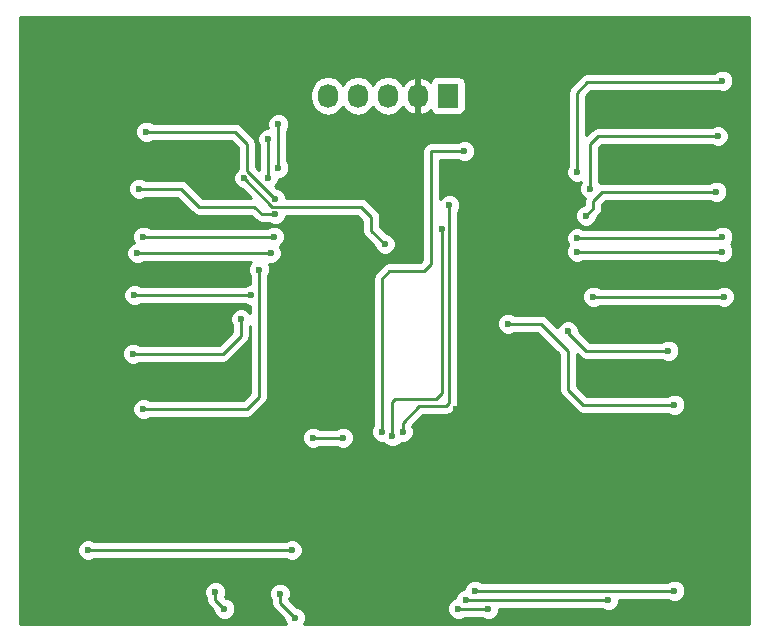
<source format=gbl>
G04 #@! TF.FileFunction,Copper,L2,Bot,Signal*
%FSLAX46Y46*%
G04 Gerber Fmt 4.6, Leading zero omitted, Abs format (unit mm)*
G04 Created by KiCad (PCBNEW 4.0.4-stable) date 12/23/16 15:55:29*
%MOMM*%
%LPD*%
G01*
G04 APERTURE LIST*
%ADD10C,0.100000*%
%ADD11R,1.727200X2.032000*%
%ADD12O,1.727200X2.032000*%
%ADD13C,0.400000*%
%ADD14C,0.600000*%
%ADD15C,0.380000*%
%ADD16C,0.250000*%
%ADD17C,0.254000*%
G04 APERTURE END LIST*
D10*
D11*
X131064000Y-96012000D03*
D12*
X128524000Y-96012000D03*
X125984000Y-96012000D03*
X123444000Y-96012000D03*
X120904000Y-96012000D03*
D13*
X131699000Y-124460000D03*
X131699000Y-122428000D03*
X128270000Y-109728000D03*
X140462000Y-99949000D03*
X121793000Y-102235000D03*
D14*
X115062000Y-110744000D03*
X105283000Y-122555000D03*
X113538000Y-114935000D03*
X104394000Y-117856000D03*
X114427000Y-112903000D03*
X104521000Y-112903000D03*
X116078000Y-109347000D03*
X104775000Y-109347000D03*
X116332000Y-107950000D03*
X105283000Y-107950000D03*
X116459000Y-106045000D03*
X104902000Y-103886000D03*
X116459000Y-104775000D03*
X105537000Y-99060000D03*
X116713000Y-102108000D03*
X116713000Y-98425000D03*
X136144000Y-115316000D03*
X150241000Y-122174000D03*
X141224000Y-115951000D03*
X149733000Y-117602000D03*
X143383000Y-113030000D03*
X154432000Y-113030000D03*
X141986000Y-109220000D03*
X154305000Y-109220000D03*
X141986000Y-108077000D03*
X154305000Y-107950000D03*
X142748000Y-106172000D03*
X153797000Y-104140000D03*
X143129000Y-103886000D03*
X153924000Y-99441000D03*
X141986000Y-102489000D03*
X154305000Y-94742000D03*
X126365000Y-124841000D03*
X130556000Y-107315000D03*
X127254000Y-124460000D03*
X131191000Y-105283000D03*
X115824000Y-102997000D03*
X115824000Y-99695000D03*
X113792000Y-102997000D03*
X125730000Y-108585000D03*
X100584000Y-134493000D03*
X117856000Y-134493000D03*
X119634000Y-124968000D03*
X122174000Y-124968000D03*
X111379000Y-138049000D03*
X112141000Y-139446000D03*
X116840000Y-138176000D03*
X118110000Y-140208000D03*
X134493000Y-139446000D03*
X131953000Y-139446000D03*
X144653000Y-138684000D03*
X132588000Y-138684000D03*
X150241000Y-137922000D03*
X133350000Y-137922000D03*
X125476000Y-124460000D03*
X132461000Y-100711000D03*
D15*
X131699000Y-122428000D02*
X131699000Y-124460000D01*
X128206500Y-109664500D02*
X128206500Y-100012500D01*
X128270000Y-109728000D02*
X128206500Y-109664500D01*
X128524000Y-96012000D02*
X128524000Y-93853000D01*
X140462000Y-95123000D02*
X140462000Y-99949000D01*
X138684000Y-93345000D02*
X140462000Y-95123000D01*
X129032000Y-93345000D02*
X138684000Y-93345000D01*
X128524000Y-93853000D02*
X129032000Y-93345000D01*
X128524000Y-96012000D02*
X128524000Y-99695000D01*
X125984000Y-102235000D02*
X121793000Y-102235000D01*
X128524000Y-99695000D02*
X128206500Y-100012500D01*
X128206500Y-100012500D02*
X125984000Y-102235000D01*
D16*
X115062000Y-121539000D02*
X115062000Y-110744000D01*
X114046000Y-122555000D02*
X115062000Y-121539000D01*
X105283000Y-122555000D02*
X114046000Y-122555000D01*
X113538000Y-116332000D02*
X113538000Y-114935000D01*
X112014000Y-117856000D02*
X113538000Y-116332000D01*
X104394000Y-117856000D02*
X112014000Y-117856000D01*
X113538000Y-112903000D02*
X114427000Y-112903000D01*
X104521000Y-112903000D02*
X113538000Y-112903000D01*
X104775000Y-109347000D02*
X116078000Y-109347000D01*
X105283000Y-107950000D02*
X116332000Y-107950000D01*
X115316000Y-106045000D02*
X116459000Y-106045000D01*
X114681000Y-105410000D02*
X115316000Y-106045000D01*
X109982000Y-105410000D02*
X114681000Y-105410000D01*
X108458000Y-103886000D02*
X109982000Y-105410000D01*
X104902000Y-103886000D02*
X108458000Y-103886000D01*
X114046000Y-102362000D02*
X116459000Y-104775000D01*
X114046000Y-100076000D02*
X114046000Y-102362000D01*
X113030000Y-99060000D02*
X114046000Y-100076000D01*
X105537000Y-99060000D02*
X113030000Y-99060000D01*
X116713000Y-98425000D02*
X116713000Y-102108000D01*
X138938000Y-115316000D02*
X136144000Y-115316000D01*
X141224000Y-117602000D02*
X138938000Y-115316000D01*
X141224000Y-120904000D02*
X141224000Y-117602000D01*
X142494000Y-122174000D02*
X141224000Y-120904000D01*
X150241000Y-122174000D02*
X142494000Y-122174000D01*
X141224000Y-116078000D02*
X141224000Y-115951000D01*
X142748000Y-117602000D02*
X141224000Y-116078000D01*
X149733000Y-117602000D02*
X142748000Y-117602000D01*
X154432000Y-113030000D02*
X143383000Y-113030000D01*
X154305000Y-109220000D02*
X141986000Y-109220000D01*
X154178000Y-108077000D02*
X141986000Y-108077000D01*
X154305000Y-107950000D02*
X154178000Y-108077000D01*
X143383000Y-105537000D02*
X142748000Y-106172000D01*
X143383000Y-104902000D02*
X143383000Y-105537000D01*
X144145000Y-104140000D02*
X143383000Y-104902000D01*
X153797000Y-104140000D02*
X144145000Y-104140000D01*
X143129000Y-100076000D02*
X143129000Y-103886000D01*
X143764000Y-99441000D02*
X143129000Y-100076000D01*
X153924000Y-99441000D02*
X143764000Y-99441000D01*
X141986000Y-95758000D02*
X141986000Y-102489000D01*
X142875000Y-94869000D02*
X141986000Y-95758000D01*
X154178000Y-94869000D02*
X142875000Y-94869000D01*
X154305000Y-94742000D02*
X154178000Y-94869000D01*
X126365000Y-121920000D02*
X126365000Y-124841000D01*
X126619000Y-121666000D02*
X126365000Y-121920000D01*
X130048000Y-121666000D02*
X126619000Y-121666000D01*
X130556000Y-121158000D02*
X130048000Y-121666000D01*
X130556000Y-107315000D02*
X130556000Y-121158000D01*
X127254000Y-123698000D02*
X127254000Y-124460000D01*
X128651000Y-122301000D02*
X127254000Y-123698000D01*
X130937000Y-122301000D02*
X128651000Y-122301000D01*
X131191000Y-122047000D02*
X130937000Y-122301000D01*
X131191000Y-121539000D02*
X131191000Y-122047000D01*
X131191000Y-120396000D02*
X131191000Y-121539000D01*
X131191000Y-114427000D02*
X131191000Y-120396000D01*
X131191000Y-107696000D02*
X131191000Y-114427000D01*
X131191000Y-105283000D02*
X131191000Y-107696000D01*
X115824000Y-99695000D02*
X115824000Y-102997000D01*
X113792000Y-102997000D02*
X116205000Y-105410000D01*
X116205000Y-105410000D02*
X123698000Y-105410000D01*
X123698000Y-105410000D02*
X124587000Y-106299000D01*
X124587000Y-106299000D02*
X124587000Y-107442000D01*
X124587000Y-107442000D02*
X125730000Y-108585000D01*
X117856000Y-134493000D02*
X100584000Y-134493000D01*
X122174000Y-124968000D02*
X119634000Y-124968000D01*
X111379000Y-138684000D02*
X111379000Y-138049000D01*
X112141000Y-139446000D02*
X111379000Y-138684000D01*
X116840000Y-138938000D02*
X116840000Y-138176000D01*
X118110000Y-140208000D02*
X116840000Y-138938000D01*
X131953000Y-139446000D02*
X134493000Y-139446000D01*
X132588000Y-138684000D02*
X144653000Y-138684000D01*
X133350000Y-137922000D02*
X150241000Y-137922000D01*
X125476000Y-111506000D02*
X125476000Y-124460000D01*
X126111000Y-110871000D02*
X125476000Y-111506000D01*
X129032000Y-110871000D02*
X126111000Y-110871000D01*
X129667000Y-110236000D02*
X129032000Y-110871000D01*
X129667000Y-100711000D02*
X129667000Y-110236000D01*
X132461000Y-100711000D02*
X129667000Y-100711000D01*
D17*
G36*
X156591000Y-140768000D02*
X118872467Y-140768000D01*
X118902192Y-140738327D01*
X119044838Y-140394799D01*
X119045162Y-140022833D01*
X118903117Y-139679057D01*
X118855311Y-139631167D01*
X131017838Y-139631167D01*
X131159883Y-139974943D01*
X131422673Y-140238192D01*
X131766201Y-140380838D01*
X132138167Y-140381162D01*
X132481943Y-140239117D01*
X132515118Y-140206000D01*
X133930537Y-140206000D01*
X133962673Y-140238192D01*
X134306201Y-140380838D01*
X134678167Y-140381162D01*
X135021943Y-140239117D01*
X135285192Y-139976327D01*
X135427838Y-139632799D01*
X135428002Y-139444000D01*
X144090537Y-139444000D01*
X144122673Y-139476192D01*
X144466201Y-139618838D01*
X144838167Y-139619162D01*
X145181943Y-139477117D01*
X145445192Y-139214327D01*
X145587838Y-138870799D01*
X145588002Y-138682000D01*
X149678537Y-138682000D01*
X149710673Y-138714192D01*
X150054201Y-138856838D01*
X150426167Y-138857162D01*
X150769943Y-138715117D01*
X151033192Y-138452327D01*
X151175838Y-138108799D01*
X151176162Y-137736833D01*
X151034117Y-137393057D01*
X150771327Y-137129808D01*
X150427799Y-136987162D01*
X150055833Y-136986838D01*
X149712057Y-137128883D01*
X149678882Y-137162000D01*
X133912463Y-137162000D01*
X133880327Y-137129808D01*
X133536799Y-136987162D01*
X133164833Y-136986838D01*
X132821057Y-137128883D01*
X132557808Y-137391673D01*
X132415162Y-137735201D01*
X132415150Y-137748849D01*
X132402833Y-137748838D01*
X132059057Y-137890883D01*
X131795808Y-138153673D01*
X131653162Y-138497201D01*
X131653109Y-138558241D01*
X131424057Y-138652883D01*
X131160808Y-138915673D01*
X131018162Y-139259201D01*
X131017838Y-139631167D01*
X118855311Y-139631167D01*
X118640327Y-139415808D01*
X118296799Y-139273162D01*
X118249923Y-139273121D01*
X117647137Y-138670335D01*
X117774838Y-138362799D01*
X117775162Y-137990833D01*
X117633117Y-137647057D01*
X117370327Y-137383808D01*
X117026799Y-137241162D01*
X116654833Y-137240838D01*
X116311057Y-137382883D01*
X116047808Y-137645673D01*
X115905162Y-137989201D01*
X115904838Y-138361167D01*
X116046883Y-138704943D01*
X116080000Y-138738118D01*
X116080000Y-138938000D01*
X116137852Y-139228839D01*
X116302599Y-139475401D01*
X117174878Y-140347680D01*
X117174838Y-140393167D01*
X117316883Y-140736943D01*
X117347886Y-140768000D01*
X94817000Y-140768000D01*
X94817000Y-138234167D01*
X110443838Y-138234167D01*
X110585883Y-138577943D01*
X110619000Y-138611118D01*
X110619000Y-138684000D01*
X110676852Y-138974839D01*
X110841599Y-139221401D01*
X111205878Y-139585680D01*
X111205838Y-139631167D01*
X111347883Y-139974943D01*
X111610673Y-140238192D01*
X111954201Y-140380838D01*
X112326167Y-140381162D01*
X112669943Y-140239117D01*
X112933192Y-139976327D01*
X113075838Y-139632799D01*
X113076162Y-139260833D01*
X112934117Y-138917057D01*
X112671327Y-138653808D01*
X112327799Y-138511162D01*
X112280923Y-138511121D01*
X112223400Y-138453598D01*
X112313838Y-138235799D01*
X112314162Y-137863833D01*
X112172117Y-137520057D01*
X111909327Y-137256808D01*
X111565799Y-137114162D01*
X111193833Y-137113838D01*
X110850057Y-137255883D01*
X110586808Y-137518673D01*
X110444162Y-137862201D01*
X110443838Y-138234167D01*
X94817000Y-138234167D01*
X94817000Y-134678167D01*
X99648838Y-134678167D01*
X99790883Y-135021943D01*
X100053673Y-135285192D01*
X100397201Y-135427838D01*
X100769167Y-135428162D01*
X101112943Y-135286117D01*
X101146118Y-135253000D01*
X117293537Y-135253000D01*
X117325673Y-135285192D01*
X117669201Y-135427838D01*
X118041167Y-135428162D01*
X118384943Y-135286117D01*
X118648192Y-135023327D01*
X118790838Y-134679799D01*
X118791162Y-134307833D01*
X118649117Y-133964057D01*
X118386327Y-133700808D01*
X118042799Y-133558162D01*
X117670833Y-133557838D01*
X117327057Y-133699883D01*
X117293882Y-133733000D01*
X101146463Y-133733000D01*
X101114327Y-133700808D01*
X100770799Y-133558162D01*
X100398833Y-133557838D01*
X100055057Y-133699883D01*
X99791808Y-133962673D01*
X99649162Y-134306201D01*
X99648838Y-134678167D01*
X94817000Y-134678167D01*
X94817000Y-125153167D01*
X118698838Y-125153167D01*
X118840883Y-125496943D01*
X119103673Y-125760192D01*
X119447201Y-125902838D01*
X119819167Y-125903162D01*
X120162943Y-125761117D01*
X120196118Y-125728000D01*
X121611537Y-125728000D01*
X121643673Y-125760192D01*
X121987201Y-125902838D01*
X122359167Y-125903162D01*
X122702943Y-125761117D01*
X122966192Y-125498327D01*
X123108838Y-125154799D01*
X123109162Y-124782833D01*
X123052280Y-124645167D01*
X124540838Y-124645167D01*
X124682883Y-124988943D01*
X124945673Y-125252192D01*
X125289201Y-125394838D01*
X125597002Y-125395106D01*
X125834673Y-125633192D01*
X126178201Y-125775838D01*
X126550167Y-125776162D01*
X126893943Y-125634117D01*
X127133582Y-125394896D01*
X127439167Y-125395162D01*
X127782943Y-125253117D01*
X128046192Y-124990327D01*
X128188838Y-124646799D01*
X128189162Y-124274833D01*
X128061335Y-123965467D01*
X128965802Y-123061000D01*
X130937000Y-123061000D01*
X131227839Y-123003148D01*
X131474401Y-122838401D01*
X131728401Y-122584401D01*
X131893148Y-122337840D01*
X131951000Y-122047000D01*
X131951000Y-115501167D01*
X135208838Y-115501167D01*
X135350883Y-115844943D01*
X135613673Y-116108192D01*
X135957201Y-116250838D01*
X136329167Y-116251162D01*
X136672943Y-116109117D01*
X136706118Y-116076000D01*
X138623198Y-116076000D01*
X140464000Y-117916802D01*
X140464000Y-120904000D01*
X140521852Y-121194839D01*
X140686599Y-121441401D01*
X141956599Y-122711401D01*
X142203160Y-122876148D01*
X142494000Y-122934000D01*
X149678537Y-122934000D01*
X149710673Y-122966192D01*
X150054201Y-123108838D01*
X150426167Y-123109162D01*
X150769943Y-122967117D01*
X151033192Y-122704327D01*
X151175838Y-122360799D01*
X151176162Y-121988833D01*
X151034117Y-121645057D01*
X150771327Y-121381808D01*
X150427799Y-121239162D01*
X150055833Y-121238838D01*
X149712057Y-121380883D01*
X149678882Y-121414000D01*
X142808802Y-121414000D01*
X141984000Y-120589198D01*
X141984000Y-117912802D01*
X142210599Y-118139401D01*
X142457160Y-118304148D01*
X142505414Y-118313746D01*
X142748000Y-118362000D01*
X149170537Y-118362000D01*
X149202673Y-118394192D01*
X149546201Y-118536838D01*
X149918167Y-118537162D01*
X150261943Y-118395117D01*
X150525192Y-118132327D01*
X150667838Y-117788799D01*
X150668162Y-117416833D01*
X150526117Y-117073057D01*
X150263327Y-116809808D01*
X149919799Y-116667162D01*
X149547833Y-116666838D01*
X149204057Y-116808883D01*
X149170882Y-116842000D01*
X143062802Y-116842000D01*
X142159012Y-115938210D01*
X142159162Y-115765833D01*
X142017117Y-115422057D01*
X141754327Y-115158808D01*
X141410799Y-115016162D01*
X141038833Y-115015838D01*
X140695057Y-115157883D01*
X140431808Y-115420673D01*
X140339581Y-115642779D01*
X139475401Y-114778599D01*
X139228839Y-114613852D01*
X138938000Y-114556000D01*
X136706463Y-114556000D01*
X136674327Y-114523808D01*
X136330799Y-114381162D01*
X135958833Y-114380838D01*
X135615057Y-114522883D01*
X135351808Y-114785673D01*
X135209162Y-115129201D01*
X135208838Y-115501167D01*
X131951000Y-115501167D01*
X131951000Y-113215167D01*
X142447838Y-113215167D01*
X142589883Y-113558943D01*
X142852673Y-113822192D01*
X143196201Y-113964838D01*
X143568167Y-113965162D01*
X143911943Y-113823117D01*
X143945118Y-113790000D01*
X153869537Y-113790000D01*
X153901673Y-113822192D01*
X154245201Y-113964838D01*
X154617167Y-113965162D01*
X154960943Y-113823117D01*
X155224192Y-113560327D01*
X155366838Y-113216799D01*
X155367162Y-112844833D01*
X155225117Y-112501057D01*
X154962327Y-112237808D01*
X154618799Y-112095162D01*
X154246833Y-112094838D01*
X153903057Y-112236883D01*
X153869882Y-112270000D01*
X143945463Y-112270000D01*
X143913327Y-112237808D01*
X143569799Y-112095162D01*
X143197833Y-112094838D01*
X142854057Y-112236883D01*
X142590808Y-112499673D01*
X142448162Y-112843201D01*
X142447838Y-113215167D01*
X131951000Y-113215167D01*
X131951000Y-108262167D01*
X141050838Y-108262167D01*
X141192883Y-108605943D01*
X141235210Y-108648344D01*
X141193808Y-108689673D01*
X141051162Y-109033201D01*
X141050838Y-109405167D01*
X141192883Y-109748943D01*
X141455673Y-110012192D01*
X141799201Y-110154838D01*
X142171167Y-110155162D01*
X142514943Y-110013117D01*
X142548118Y-109980000D01*
X153742537Y-109980000D01*
X153774673Y-110012192D01*
X154118201Y-110154838D01*
X154490167Y-110155162D01*
X154833943Y-110013117D01*
X155097192Y-109750327D01*
X155239838Y-109406799D01*
X155240162Y-109034833D01*
X155098117Y-108691057D01*
X154992290Y-108585046D01*
X155097192Y-108480327D01*
X155239838Y-108136799D01*
X155240162Y-107764833D01*
X155098117Y-107421057D01*
X154835327Y-107157808D01*
X154491799Y-107015162D01*
X154119833Y-107014838D01*
X153776057Y-107156883D01*
X153615660Y-107317000D01*
X142548463Y-107317000D01*
X142516327Y-107284808D01*
X142172799Y-107142162D01*
X141800833Y-107141838D01*
X141457057Y-107283883D01*
X141193808Y-107546673D01*
X141051162Y-107890201D01*
X141050838Y-108262167D01*
X131951000Y-108262167D01*
X131951000Y-105845463D01*
X131983192Y-105813327D01*
X132125838Y-105469799D01*
X132126162Y-105097833D01*
X131984117Y-104754057D01*
X131721327Y-104490808D01*
X131377799Y-104348162D01*
X131005833Y-104347838D01*
X130662057Y-104489883D01*
X130427000Y-104724530D01*
X130427000Y-102674167D01*
X141050838Y-102674167D01*
X141192883Y-103017943D01*
X141455673Y-103281192D01*
X141799201Y-103423838D01*
X142171167Y-103424162D01*
X142336784Y-103355731D01*
X142194162Y-103699201D01*
X142193838Y-104071167D01*
X142335883Y-104414943D01*
X142598673Y-104678192D01*
X142662266Y-104704598D01*
X142623000Y-104902000D01*
X142623000Y-105222198D01*
X142608320Y-105236878D01*
X142562833Y-105236838D01*
X142219057Y-105378883D01*
X141955808Y-105641673D01*
X141813162Y-105985201D01*
X141812838Y-106357167D01*
X141954883Y-106700943D01*
X142217673Y-106964192D01*
X142561201Y-107106838D01*
X142933167Y-107107162D01*
X143276943Y-106965117D01*
X143540192Y-106702327D01*
X143682838Y-106358799D01*
X143682879Y-106311923D01*
X143920401Y-106074401D01*
X144085148Y-105827839D01*
X144143000Y-105537000D01*
X144143000Y-105216802D01*
X144459802Y-104900000D01*
X153234537Y-104900000D01*
X153266673Y-104932192D01*
X153610201Y-105074838D01*
X153982167Y-105075162D01*
X154325943Y-104933117D01*
X154589192Y-104670327D01*
X154731838Y-104326799D01*
X154732162Y-103954833D01*
X154590117Y-103611057D01*
X154327327Y-103347808D01*
X153983799Y-103205162D01*
X153611833Y-103204838D01*
X153268057Y-103346883D01*
X153234882Y-103380000D01*
X144145000Y-103380000D01*
X143947804Y-103419225D01*
X143922117Y-103357057D01*
X143889000Y-103323882D01*
X143889000Y-100390802D01*
X144078802Y-100201000D01*
X153361537Y-100201000D01*
X153393673Y-100233192D01*
X153737201Y-100375838D01*
X154109167Y-100376162D01*
X154452943Y-100234117D01*
X154716192Y-99971327D01*
X154858838Y-99627799D01*
X154859162Y-99255833D01*
X154717117Y-98912057D01*
X154454327Y-98648808D01*
X154110799Y-98506162D01*
X153738833Y-98505838D01*
X153395057Y-98647883D01*
X153361882Y-98681000D01*
X143764000Y-98681000D01*
X143473161Y-98738852D01*
X143226599Y-98903599D01*
X142746000Y-99384198D01*
X142746000Y-96072802D01*
X143189802Y-95629000D01*
X154002995Y-95629000D01*
X154118201Y-95676838D01*
X154490167Y-95677162D01*
X154833943Y-95535117D01*
X155097192Y-95272327D01*
X155239838Y-94928799D01*
X155240162Y-94556833D01*
X155098117Y-94213057D01*
X154835327Y-93949808D01*
X154491799Y-93807162D01*
X154119833Y-93806838D01*
X153776057Y-93948883D01*
X153615660Y-94109000D01*
X142875000Y-94109000D01*
X142584161Y-94166852D01*
X142337599Y-94331599D01*
X141448599Y-95220599D01*
X141283852Y-95467161D01*
X141226000Y-95758000D01*
X141226000Y-101926537D01*
X141193808Y-101958673D01*
X141051162Y-102302201D01*
X141050838Y-102674167D01*
X130427000Y-102674167D01*
X130427000Y-101471000D01*
X131898537Y-101471000D01*
X131930673Y-101503192D01*
X132274201Y-101645838D01*
X132646167Y-101646162D01*
X132989943Y-101504117D01*
X133253192Y-101241327D01*
X133395838Y-100897799D01*
X133396162Y-100525833D01*
X133254117Y-100182057D01*
X132991327Y-99918808D01*
X132647799Y-99776162D01*
X132275833Y-99775838D01*
X131932057Y-99917883D01*
X131898882Y-99951000D01*
X129667000Y-99951000D01*
X129376161Y-100008852D01*
X129129599Y-100173599D01*
X128964852Y-100420161D01*
X128907000Y-100711000D01*
X128907000Y-109921198D01*
X128717198Y-110111000D01*
X126111000Y-110111000D01*
X125820161Y-110168852D01*
X125573599Y-110333599D01*
X124938599Y-110968599D01*
X124773852Y-111215161D01*
X124716000Y-111506000D01*
X124716000Y-123897537D01*
X124683808Y-123929673D01*
X124541162Y-124273201D01*
X124540838Y-124645167D01*
X123052280Y-124645167D01*
X122967117Y-124439057D01*
X122704327Y-124175808D01*
X122360799Y-124033162D01*
X121988833Y-124032838D01*
X121645057Y-124174883D01*
X121611882Y-124208000D01*
X120196463Y-124208000D01*
X120164327Y-124175808D01*
X119820799Y-124033162D01*
X119448833Y-124032838D01*
X119105057Y-124174883D01*
X118841808Y-124437673D01*
X118699162Y-124781201D01*
X118698838Y-125153167D01*
X94817000Y-125153167D01*
X94817000Y-118041167D01*
X103458838Y-118041167D01*
X103600883Y-118384943D01*
X103863673Y-118648192D01*
X104207201Y-118790838D01*
X104579167Y-118791162D01*
X104922943Y-118649117D01*
X104956118Y-118616000D01*
X112014000Y-118616000D01*
X112304839Y-118558148D01*
X112551401Y-118393401D01*
X114075401Y-116869401D01*
X114240148Y-116622840D01*
X114249746Y-116574586D01*
X114298000Y-116332000D01*
X114298000Y-115497463D01*
X114302000Y-115493470D01*
X114302000Y-121224198D01*
X113731198Y-121795000D01*
X105845463Y-121795000D01*
X105813327Y-121762808D01*
X105469799Y-121620162D01*
X105097833Y-121619838D01*
X104754057Y-121761883D01*
X104490808Y-122024673D01*
X104348162Y-122368201D01*
X104347838Y-122740167D01*
X104489883Y-123083943D01*
X104752673Y-123347192D01*
X105096201Y-123489838D01*
X105468167Y-123490162D01*
X105811943Y-123348117D01*
X105845118Y-123315000D01*
X114046000Y-123315000D01*
X114336839Y-123257148D01*
X114583401Y-123092401D01*
X115599401Y-122076401D01*
X115764148Y-121829839D01*
X115822000Y-121539000D01*
X115822000Y-111306463D01*
X115854192Y-111274327D01*
X115996838Y-110930799D01*
X115997162Y-110558833D01*
X115880952Y-110277582D01*
X115891201Y-110281838D01*
X116263167Y-110282162D01*
X116606943Y-110140117D01*
X116870192Y-109877327D01*
X117012838Y-109533799D01*
X117013162Y-109161833D01*
X116871117Y-108818057D01*
X116815183Y-108762025D01*
X116860943Y-108743117D01*
X117124192Y-108480327D01*
X117266838Y-108136799D01*
X117267162Y-107764833D01*
X117125117Y-107421057D01*
X116862327Y-107157808D01*
X116518799Y-107015162D01*
X116146833Y-107014838D01*
X115803057Y-107156883D01*
X115769882Y-107190000D01*
X105845463Y-107190000D01*
X105813327Y-107157808D01*
X105469799Y-107015162D01*
X105097833Y-107014838D01*
X104754057Y-107156883D01*
X104490808Y-107419673D01*
X104348162Y-107763201D01*
X104347838Y-108135167D01*
X104480775Y-108456900D01*
X104246057Y-108553883D01*
X103982808Y-108816673D01*
X103840162Y-109160201D01*
X103839838Y-109532167D01*
X103981883Y-109875943D01*
X104244673Y-110139192D01*
X104588201Y-110281838D01*
X104960167Y-110282162D01*
X105303943Y-110140117D01*
X105337118Y-110107000D01*
X114376667Y-110107000D01*
X114269808Y-110213673D01*
X114127162Y-110557201D01*
X114126838Y-110929167D01*
X114268883Y-111272943D01*
X114302000Y-111306118D01*
X114302000Y-111967890D01*
X114241833Y-111967838D01*
X113898057Y-112109883D01*
X113864882Y-112143000D01*
X105083463Y-112143000D01*
X105051327Y-112110808D01*
X104707799Y-111968162D01*
X104335833Y-111967838D01*
X103992057Y-112109883D01*
X103728808Y-112372673D01*
X103586162Y-112716201D01*
X103585838Y-113088167D01*
X103727883Y-113431943D01*
X103990673Y-113695192D01*
X104334201Y-113837838D01*
X104706167Y-113838162D01*
X105049943Y-113696117D01*
X105083118Y-113663000D01*
X113864537Y-113663000D01*
X113896673Y-113695192D01*
X114240201Y-113837838D01*
X114302000Y-113837892D01*
X114302000Y-114376889D01*
X114068327Y-114142808D01*
X113724799Y-114000162D01*
X113352833Y-113999838D01*
X113009057Y-114141883D01*
X112745808Y-114404673D01*
X112603162Y-114748201D01*
X112602838Y-115120167D01*
X112744883Y-115463943D01*
X112778000Y-115497118D01*
X112778000Y-116017198D01*
X111699198Y-117096000D01*
X104956463Y-117096000D01*
X104924327Y-117063808D01*
X104580799Y-116921162D01*
X104208833Y-116920838D01*
X103865057Y-117062883D01*
X103601808Y-117325673D01*
X103459162Y-117669201D01*
X103458838Y-118041167D01*
X94817000Y-118041167D01*
X94817000Y-104071167D01*
X103966838Y-104071167D01*
X104108883Y-104414943D01*
X104371673Y-104678192D01*
X104715201Y-104820838D01*
X105087167Y-104821162D01*
X105430943Y-104679117D01*
X105464118Y-104646000D01*
X108143198Y-104646000D01*
X109444599Y-105947401D01*
X109691160Y-106112148D01*
X109739414Y-106121746D01*
X109982000Y-106170000D01*
X114366198Y-106170000D01*
X114778599Y-106582401D01*
X115025161Y-106747148D01*
X115316000Y-106805000D01*
X115896537Y-106805000D01*
X115928673Y-106837192D01*
X116272201Y-106979838D01*
X116644167Y-106980162D01*
X116987943Y-106838117D01*
X117251192Y-106575327D01*
X117393838Y-106231799D01*
X117393892Y-106170000D01*
X123383198Y-106170000D01*
X123827000Y-106613802D01*
X123827000Y-107442000D01*
X123884852Y-107732839D01*
X124049599Y-107979401D01*
X124794878Y-108724680D01*
X124794838Y-108770167D01*
X124936883Y-109113943D01*
X125199673Y-109377192D01*
X125543201Y-109519838D01*
X125915167Y-109520162D01*
X126258943Y-109378117D01*
X126522192Y-109115327D01*
X126664838Y-108771799D01*
X126665162Y-108399833D01*
X126523117Y-108056057D01*
X126260327Y-107792808D01*
X125916799Y-107650162D01*
X125869923Y-107650121D01*
X125347000Y-107127198D01*
X125347000Y-106299000D01*
X125289148Y-106008161D01*
X125124401Y-105761599D01*
X124235401Y-104872599D01*
X123988839Y-104707852D01*
X123698000Y-104650000D01*
X117394110Y-104650000D01*
X117394162Y-104589833D01*
X117252117Y-104246057D01*
X116989327Y-103982808D01*
X116645799Y-103840162D01*
X116598923Y-103840121D01*
X116451017Y-103692215D01*
X116616192Y-103527327D01*
X116758838Y-103183799D01*
X116758961Y-103043041D01*
X116898167Y-103043162D01*
X117241943Y-102901117D01*
X117505192Y-102638327D01*
X117647838Y-102294799D01*
X117648162Y-101922833D01*
X117506117Y-101579057D01*
X117473000Y-101545882D01*
X117473000Y-98987463D01*
X117505192Y-98955327D01*
X117647838Y-98611799D01*
X117648162Y-98239833D01*
X117506117Y-97896057D01*
X117243327Y-97632808D01*
X116899799Y-97490162D01*
X116527833Y-97489838D01*
X116184057Y-97631883D01*
X115920808Y-97894673D01*
X115778162Y-98238201D01*
X115777838Y-98610167D01*
X115839753Y-98760013D01*
X115638833Y-98759838D01*
X115295057Y-98901883D01*
X115031808Y-99164673D01*
X114889162Y-99508201D01*
X114888838Y-99880167D01*
X115030883Y-100223943D01*
X115064000Y-100257118D01*
X115064000Y-102305198D01*
X114806000Y-102047198D01*
X114806000Y-100076000D01*
X114748148Y-99785161D01*
X114583401Y-99538599D01*
X113567401Y-98522599D01*
X113320839Y-98357852D01*
X113030000Y-98300000D01*
X106099463Y-98300000D01*
X106067327Y-98267808D01*
X105723799Y-98125162D01*
X105351833Y-98124838D01*
X105008057Y-98266883D01*
X104744808Y-98529673D01*
X104602162Y-98873201D01*
X104601838Y-99245167D01*
X104743883Y-99588943D01*
X105006673Y-99852192D01*
X105350201Y-99994838D01*
X105722167Y-99995162D01*
X106065943Y-99853117D01*
X106099118Y-99820000D01*
X112715198Y-99820000D01*
X113286000Y-100390802D01*
X113286000Y-102194403D01*
X113263057Y-102203883D01*
X112999808Y-102466673D01*
X112857162Y-102810201D01*
X112856838Y-103182167D01*
X112998883Y-103525943D01*
X113261673Y-103789192D01*
X113605201Y-103931838D01*
X113652077Y-103931879D01*
X114370198Y-104650000D01*
X110296802Y-104650000D01*
X108995401Y-103348599D01*
X108748839Y-103183852D01*
X108458000Y-103126000D01*
X105464463Y-103126000D01*
X105432327Y-103093808D01*
X105088799Y-102951162D01*
X104716833Y-102950838D01*
X104373057Y-103092883D01*
X104109808Y-103355673D01*
X103967162Y-103699201D01*
X103966838Y-104071167D01*
X94817000Y-104071167D01*
X94817000Y-95827255D01*
X119405400Y-95827255D01*
X119405400Y-96196745D01*
X119519474Y-96770234D01*
X119844330Y-97256415D01*
X120330511Y-97581271D01*
X120904000Y-97695345D01*
X121477489Y-97581271D01*
X121963670Y-97256415D01*
X122174000Y-96941634D01*
X122384330Y-97256415D01*
X122870511Y-97581271D01*
X123444000Y-97695345D01*
X124017489Y-97581271D01*
X124503670Y-97256415D01*
X124714000Y-96941634D01*
X124924330Y-97256415D01*
X125410511Y-97581271D01*
X125984000Y-97695345D01*
X126557489Y-97581271D01*
X127043670Y-97256415D01*
X127250461Y-96946931D01*
X127621964Y-97362732D01*
X128149209Y-97616709D01*
X128164974Y-97619358D01*
X128397000Y-97498217D01*
X128397000Y-96139000D01*
X128377000Y-96139000D01*
X128377000Y-95885000D01*
X128397000Y-95885000D01*
X128397000Y-94525783D01*
X128651000Y-94525783D01*
X128651000Y-95885000D01*
X128671000Y-95885000D01*
X128671000Y-96139000D01*
X128651000Y-96139000D01*
X128651000Y-97498217D01*
X128883026Y-97619358D01*
X128898791Y-97616709D01*
X129426036Y-97362732D01*
X129582907Y-97187155D01*
X129597238Y-97263317D01*
X129736310Y-97479441D01*
X129948510Y-97624431D01*
X130200400Y-97675440D01*
X131927600Y-97675440D01*
X132162917Y-97631162D01*
X132379041Y-97492090D01*
X132524031Y-97279890D01*
X132575040Y-97028000D01*
X132575040Y-94996000D01*
X132530762Y-94760683D01*
X132391690Y-94544559D01*
X132179490Y-94399569D01*
X131927600Y-94348560D01*
X130200400Y-94348560D01*
X129965083Y-94392838D01*
X129748959Y-94531910D01*
X129603969Y-94744110D01*
X129584768Y-94838927D01*
X129426036Y-94661268D01*
X128898791Y-94407291D01*
X128883026Y-94404642D01*
X128651000Y-94525783D01*
X128397000Y-94525783D01*
X128164974Y-94404642D01*
X128149209Y-94407291D01*
X127621964Y-94661268D01*
X127250461Y-95077069D01*
X127043670Y-94767585D01*
X126557489Y-94442729D01*
X125984000Y-94328655D01*
X125410511Y-94442729D01*
X124924330Y-94767585D01*
X124714000Y-95082366D01*
X124503670Y-94767585D01*
X124017489Y-94442729D01*
X123444000Y-94328655D01*
X122870511Y-94442729D01*
X122384330Y-94767585D01*
X122174000Y-95082366D01*
X121963670Y-94767585D01*
X121477489Y-94442729D01*
X120904000Y-94328655D01*
X120330511Y-94442729D01*
X119844330Y-94767585D01*
X119519474Y-95253766D01*
X119405400Y-95827255D01*
X94817000Y-95827255D01*
X94817000Y-89356000D01*
X156591000Y-89356000D01*
X156591000Y-140768000D01*
X156591000Y-140768000D01*
G37*
X156591000Y-140768000D02*
X118872467Y-140768000D01*
X118902192Y-140738327D01*
X119044838Y-140394799D01*
X119045162Y-140022833D01*
X118903117Y-139679057D01*
X118855311Y-139631167D01*
X131017838Y-139631167D01*
X131159883Y-139974943D01*
X131422673Y-140238192D01*
X131766201Y-140380838D01*
X132138167Y-140381162D01*
X132481943Y-140239117D01*
X132515118Y-140206000D01*
X133930537Y-140206000D01*
X133962673Y-140238192D01*
X134306201Y-140380838D01*
X134678167Y-140381162D01*
X135021943Y-140239117D01*
X135285192Y-139976327D01*
X135427838Y-139632799D01*
X135428002Y-139444000D01*
X144090537Y-139444000D01*
X144122673Y-139476192D01*
X144466201Y-139618838D01*
X144838167Y-139619162D01*
X145181943Y-139477117D01*
X145445192Y-139214327D01*
X145587838Y-138870799D01*
X145588002Y-138682000D01*
X149678537Y-138682000D01*
X149710673Y-138714192D01*
X150054201Y-138856838D01*
X150426167Y-138857162D01*
X150769943Y-138715117D01*
X151033192Y-138452327D01*
X151175838Y-138108799D01*
X151176162Y-137736833D01*
X151034117Y-137393057D01*
X150771327Y-137129808D01*
X150427799Y-136987162D01*
X150055833Y-136986838D01*
X149712057Y-137128883D01*
X149678882Y-137162000D01*
X133912463Y-137162000D01*
X133880327Y-137129808D01*
X133536799Y-136987162D01*
X133164833Y-136986838D01*
X132821057Y-137128883D01*
X132557808Y-137391673D01*
X132415162Y-137735201D01*
X132415150Y-137748849D01*
X132402833Y-137748838D01*
X132059057Y-137890883D01*
X131795808Y-138153673D01*
X131653162Y-138497201D01*
X131653109Y-138558241D01*
X131424057Y-138652883D01*
X131160808Y-138915673D01*
X131018162Y-139259201D01*
X131017838Y-139631167D01*
X118855311Y-139631167D01*
X118640327Y-139415808D01*
X118296799Y-139273162D01*
X118249923Y-139273121D01*
X117647137Y-138670335D01*
X117774838Y-138362799D01*
X117775162Y-137990833D01*
X117633117Y-137647057D01*
X117370327Y-137383808D01*
X117026799Y-137241162D01*
X116654833Y-137240838D01*
X116311057Y-137382883D01*
X116047808Y-137645673D01*
X115905162Y-137989201D01*
X115904838Y-138361167D01*
X116046883Y-138704943D01*
X116080000Y-138738118D01*
X116080000Y-138938000D01*
X116137852Y-139228839D01*
X116302599Y-139475401D01*
X117174878Y-140347680D01*
X117174838Y-140393167D01*
X117316883Y-140736943D01*
X117347886Y-140768000D01*
X94817000Y-140768000D01*
X94817000Y-138234167D01*
X110443838Y-138234167D01*
X110585883Y-138577943D01*
X110619000Y-138611118D01*
X110619000Y-138684000D01*
X110676852Y-138974839D01*
X110841599Y-139221401D01*
X111205878Y-139585680D01*
X111205838Y-139631167D01*
X111347883Y-139974943D01*
X111610673Y-140238192D01*
X111954201Y-140380838D01*
X112326167Y-140381162D01*
X112669943Y-140239117D01*
X112933192Y-139976327D01*
X113075838Y-139632799D01*
X113076162Y-139260833D01*
X112934117Y-138917057D01*
X112671327Y-138653808D01*
X112327799Y-138511162D01*
X112280923Y-138511121D01*
X112223400Y-138453598D01*
X112313838Y-138235799D01*
X112314162Y-137863833D01*
X112172117Y-137520057D01*
X111909327Y-137256808D01*
X111565799Y-137114162D01*
X111193833Y-137113838D01*
X110850057Y-137255883D01*
X110586808Y-137518673D01*
X110444162Y-137862201D01*
X110443838Y-138234167D01*
X94817000Y-138234167D01*
X94817000Y-134678167D01*
X99648838Y-134678167D01*
X99790883Y-135021943D01*
X100053673Y-135285192D01*
X100397201Y-135427838D01*
X100769167Y-135428162D01*
X101112943Y-135286117D01*
X101146118Y-135253000D01*
X117293537Y-135253000D01*
X117325673Y-135285192D01*
X117669201Y-135427838D01*
X118041167Y-135428162D01*
X118384943Y-135286117D01*
X118648192Y-135023327D01*
X118790838Y-134679799D01*
X118791162Y-134307833D01*
X118649117Y-133964057D01*
X118386327Y-133700808D01*
X118042799Y-133558162D01*
X117670833Y-133557838D01*
X117327057Y-133699883D01*
X117293882Y-133733000D01*
X101146463Y-133733000D01*
X101114327Y-133700808D01*
X100770799Y-133558162D01*
X100398833Y-133557838D01*
X100055057Y-133699883D01*
X99791808Y-133962673D01*
X99649162Y-134306201D01*
X99648838Y-134678167D01*
X94817000Y-134678167D01*
X94817000Y-125153167D01*
X118698838Y-125153167D01*
X118840883Y-125496943D01*
X119103673Y-125760192D01*
X119447201Y-125902838D01*
X119819167Y-125903162D01*
X120162943Y-125761117D01*
X120196118Y-125728000D01*
X121611537Y-125728000D01*
X121643673Y-125760192D01*
X121987201Y-125902838D01*
X122359167Y-125903162D01*
X122702943Y-125761117D01*
X122966192Y-125498327D01*
X123108838Y-125154799D01*
X123109162Y-124782833D01*
X123052280Y-124645167D01*
X124540838Y-124645167D01*
X124682883Y-124988943D01*
X124945673Y-125252192D01*
X125289201Y-125394838D01*
X125597002Y-125395106D01*
X125834673Y-125633192D01*
X126178201Y-125775838D01*
X126550167Y-125776162D01*
X126893943Y-125634117D01*
X127133582Y-125394896D01*
X127439167Y-125395162D01*
X127782943Y-125253117D01*
X128046192Y-124990327D01*
X128188838Y-124646799D01*
X128189162Y-124274833D01*
X128061335Y-123965467D01*
X128965802Y-123061000D01*
X130937000Y-123061000D01*
X131227839Y-123003148D01*
X131474401Y-122838401D01*
X131728401Y-122584401D01*
X131893148Y-122337840D01*
X131951000Y-122047000D01*
X131951000Y-115501167D01*
X135208838Y-115501167D01*
X135350883Y-115844943D01*
X135613673Y-116108192D01*
X135957201Y-116250838D01*
X136329167Y-116251162D01*
X136672943Y-116109117D01*
X136706118Y-116076000D01*
X138623198Y-116076000D01*
X140464000Y-117916802D01*
X140464000Y-120904000D01*
X140521852Y-121194839D01*
X140686599Y-121441401D01*
X141956599Y-122711401D01*
X142203160Y-122876148D01*
X142494000Y-122934000D01*
X149678537Y-122934000D01*
X149710673Y-122966192D01*
X150054201Y-123108838D01*
X150426167Y-123109162D01*
X150769943Y-122967117D01*
X151033192Y-122704327D01*
X151175838Y-122360799D01*
X151176162Y-121988833D01*
X151034117Y-121645057D01*
X150771327Y-121381808D01*
X150427799Y-121239162D01*
X150055833Y-121238838D01*
X149712057Y-121380883D01*
X149678882Y-121414000D01*
X142808802Y-121414000D01*
X141984000Y-120589198D01*
X141984000Y-117912802D01*
X142210599Y-118139401D01*
X142457160Y-118304148D01*
X142505414Y-118313746D01*
X142748000Y-118362000D01*
X149170537Y-118362000D01*
X149202673Y-118394192D01*
X149546201Y-118536838D01*
X149918167Y-118537162D01*
X150261943Y-118395117D01*
X150525192Y-118132327D01*
X150667838Y-117788799D01*
X150668162Y-117416833D01*
X150526117Y-117073057D01*
X150263327Y-116809808D01*
X149919799Y-116667162D01*
X149547833Y-116666838D01*
X149204057Y-116808883D01*
X149170882Y-116842000D01*
X143062802Y-116842000D01*
X142159012Y-115938210D01*
X142159162Y-115765833D01*
X142017117Y-115422057D01*
X141754327Y-115158808D01*
X141410799Y-115016162D01*
X141038833Y-115015838D01*
X140695057Y-115157883D01*
X140431808Y-115420673D01*
X140339581Y-115642779D01*
X139475401Y-114778599D01*
X139228839Y-114613852D01*
X138938000Y-114556000D01*
X136706463Y-114556000D01*
X136674327Y-114523808D01*
X136330799Y-114381162D01*
X135958833Y-114380838D01*
X135615057Y-114522883D01*
X135351808Y-114785673D01*
X135209162Y-115129201D01*
X135208838Y-115501167D01*
X131951000Y-115501167D01*
X131951000Y-113215167D01*
X142447838Y-113215167D01*
X142589883Y-113558943D01*
X142852673Y-113822192D01*
X143196201Y-113964838D01*
X143568167Y-113965162D01*
X143911943Y-113823117D01*
X143945118Y-113790000D01*
X153869537Y-113790000D01*
X153901673Y-113822192D01*
X154245201Y-113964838D01*
X154617167Y-113965162D01*
X154960943Y-113823117D01*
X155224192Y-113560327D01*
X155366838Y-113216799D01*
X155367162Y-112844833D01*
X155225117Y-112501057D01*
X154962327Y-112237808D01*
X154618799Y-112095162D01*
X154246833Y-112094838D01*
X153903057Y-112236883D01*
X153869882Y-112270000D01*
X143945463Y-112270000D01*
X143913327Y-112237808D01*
X143569799Y-112095162D01*
X143197833Y-112094838D01*
X142854057Y-112236883D01*
X142590808Y-112499673D01*
X142448162Y-112843201D01*
X142447838Y-113215167D01*
X131951000Y-113215167D01*
X131951000Y-108262167D01*
X141050838Y-108262167D01*
X141192883Y-108605943D01*
X141235210Y-108648344D01*
X141193808Y-108689673D01*
X141051162Y-109033201D01*
X141050838Y-109405167D01*
X141192883Y-109748943D01*
X141455673Y-110012192D01*
X141799201Y-110154838D01*
X142171167Y-110155162D01*
X142514943Y-110013117D01*
X142548118Y-109980000D01*
X153742537Y-109980000D01*
X153774673Y-110012192D01*
X154118201Y-110154838D01*
X154490167Y-110155162D01*
X154833943Y-110013117D01*
X155097192Y-109750327D01*
X155239838Y-109406799D01*
X155240162Y-109034833D01*
X155098117Y-108691057D01*
X154992290Y-108585046D01*
X155097192Y-108480327D01*
X155239838Y-108136799D01*
X155240162Y-107764833D01*
X155098117Y-107421057D01*
X154835327Y-107157808D01*
X154491799Y-107015162D01*
X154119833Y-107014838D01*
X153776057Y-107156883D01*
X153615660Y-107317000D01*
X142548463Y-107317000D01*
X142516327Y-107284808D01*
X142172799Y-107142162D01*
X141800833Y-107141838D01*
X141457057Y-107283883D01*
X141193808Y-107546673D01*
X141051162Y-107890201D01*
X141050838Y-108262167D01*
X131951000Y-108262167D01*
X131951000Y-105845463D01*
X131983192Y-105813327D01*
X132125838Y-105469799D01*
X132126162Y-105097833D01*
X131984117Y-104754057D01*
X131721327Y-104490808D01*
X131377799Y-104348162D01*
X131005833Y-104347838D01*
X130662057Y-104489883D01*
X130427000Y-104724530D01*
X130427000Y-102674167D01*
X141050838Y-102674167D01*
X141192883Y-103017943D01*
X141455673Y-103281192D01*
X141799201Y-103423838D01*
X142171167Y-103424162D01*
X142336784Y-103355731D01*
X142194162Y-103699201D01*
X142193838Y-104071167D01*
X142335883Y-104414943D01*
X142598673Y-104678192D01*
X142662266Y-104704598D01*
X142623000Y-104902000D01*
X142623000Y-105222198D01*
X142608320Y-105236878D01*
X142562833Y-105236838D01*
X142219057Y-105378883D01*
X141955808Y-105641673D01*
X141813162Y-105985201D01*
X141812838Y-106357167D01*
X141954883Y-106700943D01*
X142217673Y-106964192D01*
X142561201Y-107106838D01*
X142933167Y-107107162D01*
X143276943Y-106965117D01*
X143540192Y-106702327D01*
X143682838Y-106358799D01*
X143682879Y-106311923D01*
X143920401Y-106074401D01*
X144085148Y-105827839D01*
X144143000Y-105537000D01*
X144143000Y-105216802D01*
X144459802Y-104900000D01*
X153234537Y-104900000D01*
X153266673Y-104932192D01*
X153610201Y-105074838D01*
X153982167Y-105075162D01*
X154325943Y-104933117D01*
X154589192Y-104670327D01*
X154731838Y-104326799D01*
X154732162Y-103954833D01*
X154590117Y-103611057D01*
X154327327Y-103347808D01*
X153983799Y-103205162D01*
X153611833Y-103204838D01*
X153268057Y-103346883D01*
X153234882Y-103380000D01*
X144145000Y-103380000D01*
X143947804Y-103419225D01*
X143922117Y-103357057D01*
X143889000Y-103323882D01*
X143889000Y-100390802D01*
X144078802Y-100201000D01*
X153361537Y-100201000D01*
X153393673Y-100233192D01*
X153737201Y-100375838D01*
X154109167Y-100376162D01*
X154452943Y-100234117D01*
X154716192Y-99971327D01*
X154858838Y-99627799D01*
X154859162Y-99255833D01*
X154717117Y-98912057D01*
X154454327Y-98648808D01*
X154110799Y-98506162D01*
X153738833Y-98505838D01*
X153395057Y-98647883D01*
X153361882Y-98681000D01*
X143764000Y-98681000D01*
X143473161Y-98738852D01*
X143226599Y-98903599D01*
X142746000Y-99384198D01*
X142746000Y-96072802D01*
X143189802Y-95629000D01*
X154002995Y-95629000D01*
X154118201Y-95676838D01*
X154490167Y-95677162D01*
X154833943Y-95535117D01*
X155097192Y-95272327D01*
X155239838Y-94928799D01*
X155240162Y-94556833D01*
X155098117Y-94213057D01*
X154835327Y-93949808D01*
X154491799Y-93807162D01*
X154119833Y-93806838D01*
X153776057Y-93948883D01*
X153615660Y-94109000D01*
X142875000Y-94109000D01*
X142584161Y-94166852D01*
X142337599Y-94331599D01*
X141448599Y-95220599D01*
X141283852Y-95467161D01*
X141226000Y-95758000D01*
X141226000Y-101926537D01*
X141193808Y-101958673D01*
X141051162Y-102302201D01*
X141050838Y-102674167D01*
X130427000Y-102674167D01*
X130427000Y-101471000D01*
X131898537Y-101471000D01*
X131930673Y-101503192D01*
X132274201Y-101645838D01*
X132646167Y-101646162D01*
X132989943Y-101504117D01*
X133253192Y-101241327D01*
X133395838Y-100897799D01*
X133396162Y-100525833D01*
X133254117Y-100182057D01*
X132991327Y-99918808D01*
X132647799Y-99776162D01*
X132275833Y-99775838D01*
X131932057Y-99917883D01*
X131898882Y-99951000D01*
X129667000Y-99951000D01*
X129376161Y-100008852D01*
X129129599Y-100173599D01*
X128964852Y-100420161D01*
X128907000Y-100711000D01*
X128907000Y-109921198D01*
X128717198Y-110111000D01*
X126111000Y-110111000D01*
X125820161Y-110168852D01*
X125573599Y-110333599D01*
X124938599Y-110968599D01*
X124773852Y-111215161D01*
X124716000Y-111506000D01*
X124716000Y-123897537D01*
X124683808Y-123929673D01*
X124541162Y-124273201D01*
X124540838Y-124645167D01*
X123052280Y-124645167D01*
X122967117Y-124439057D01*
X122704327Y-124175808D01*
X122360799Y-124033162D01*
X121988833Y-124032838D01*
X121645057Y-124174883D01*
X121611882Y-124208000D01*
X120196463Y-124208000D01*
X120164327Y-124175808D01*
X119820799Y-124033162D01*
X119448833Y-124032838D01*
X119105057Y-124174883D01*
X118841808Y-124437673D01*
X118699162Y-124781201D01*
X118698838Y-125153167D01*
X94817000Y-125153167D01*
X94817000Y-118041167D01*
X103458838Y-118041167D01*
X103600883Y-118384943D01*
X103863673Y-118648192D01*
X104207201Y-118790838D01*
X104579167Y-118791162D01*
X104922943Y-118649117D01*
X104956118Y-118616000D01*
X112014000Y-118616000D01*
X112304839Y-118558148D01*
X112551401Y-118393401D01*
X114075401Y-116869401D01*
X114240148Y-116622840D01*
X114249746Y-116574586D01*
X114298000Y-116332000D01*
X114298000Y-115497463D01*
X114302000Y-115493470D01*
X114302000Y-121224198D01*
X113731198Y-121795000D01*
X105845463Y-121795000D01*
X105813327Y-121762808D01*
X105469799Y-121620162D01*
X105097833Y-121619838D01*
X104754057Y-121761883D01*
X104490808Y-122024673D01*
X104348162Y-122368201D01*
X104347838Y-122740167D01*
X104489883Y-123083943D01*
X104752673Y-123347192D01*
X105096201Y-123489838D01*
X105468167Y-123490162D01*
X105811943Y-123348117D01*
X105845118Y-123315000D01*
X114046000Y-123315000D01*
X114336839Y-123257148D01*
X114583401Y-123092401D01*
X115599401Y-122076401D01*
X115764148Y-121829839D01*
X115822000Y-121539000D01*
X115822000Y-111306463D01*
X115854192Y-111274327D01*
X115996838Y-110930799D01*
X115997162Y-110558833D01*
X115880952Y-110277582D01*
X115891201Y-110281838D01*
X116263167Y-110282162D01*
X116606943Y-110140117D01*
X116870192Y-109877327D01*
X117012838Y-109533799D01*
X117013162Y-109161833D01*
X116871117Y-108818057D01*
X116815183Y-108762025D01*
X116860943Y-108743117D01*
X117124192Y-108480327D01*
X117266838Y-108136799D01*
X117267162Y-107764833D01*
X117125117Y-107421057D01*
X116862327Y-107157808D01*
X116518799Y-107015162D01*
X116146833Y-107014838D01*
X115803057Y-107156883D01*
X115769882Y-107190000D01*
X105845463Y-107190000D01*
X105813327Y-107157808D01*
X105469799Y-107015162D01*
X105097833Y-107014838D01*
X104754057Y-107156883D01*
X104490808Y-107419673D01*
X104348162Y-107763201D01*
X104347838Y-108135167D01*
X104480775Y-108456900D01*
X104246057Y-108553883D01*
X103982808Y-108816673D01*
X103840162Y-109160201D01*
X103839838Y-109532167D01*
X103981883Y-109875943D01*
X104244673Y-110139192D01*
X104588201Y-110281838D01*
X104960167Y-110282162D01*
X105303943Y-110140117D01*
X105337118Y-110107000D01*
X114376667Y-110107000D01*
X114269808Y-110213673D01*
X114127162Y-110557201D01*
X114126838Y-110929167D01*
X114268883Y-111272943D01*
X114302000Y-111306118D01*
X114302000Y-111967890D01*
X114241833Y-111967838D01*
X113898057Y-112109883D01*
X113864882Y-112143000D01*
X105083463Y-112143000D01*
X105051327Y-112110808D01*
X104707799Y-111968162D01*
X104335833Y-111967838D01*
X103992057Y-112109883D01*
X103728808Y-112372673D01*
X103586162Y-112716201D01*
X103585838Y-113088167D01*
X103727883Y-113431943D01*
X103990673Y-113695192D01*
X104334201Y-113837838D01*
X104706167Y-113838162D01*
X105049943Y-113696117D01*
X105083118Y-113663000D01*
X113864537Y-113663000D01*
X113896673Y-113695192D01*
X114240201Y-113837838D01*
X114302000Y-113837892D01*
X114302000Y-114376889D01*
X114068327Y-114142808D01*
X113724799Y-114000162D01*
X113352833Y-113999838D01*
X113009057Y-114141883D01*
X112745808Y-114404673D01*
X112603162Y-114748201D01*
X112602838Y-115120167D01*
X112744883Y-115463943D01*
X112778000Y-115497118D01*
X112778000Y-116017198D01*
X111699198Y-117096000D01*
X104956463Y-117096000D01*
X104924327Y-117063808D01*
X104580799Y-116921162D01*
X104208833Y-116920838D01*
X103865057Y-117062883D01*
X103601808Y-117325673D01*
X103459162Y-117669201D01*
X103458838Y-118041167D01*
X94817000Y-118041167D01*
X94817000Y-104071167D01*
X103966838Y-104071167D01*
X104108883Y-104414943D01*
X104371673Y-104678192D01*
X104715201Y-104820838D01*
X105087167Y-104821162D01*
X105430943Y-104679117D01*
X105464118Y-104646000D01*
X108143198Y-104646000D01*
X109444599Y-105947401D01*
X109691160Y-106112148D01*
X109739414Y-106121746D01*
X109982000Y-106170000D01*
X114366198Y-106170000D01*
X114778599Y-106582401D01*
X115025161Y-106747148D01*
X115316000Y-106805000D01*
X115896537Y-106805000D01*
X115928673Y-106837192D01*
X116272201Y-106979838D01*
X116644167Y-106980162D01*
X116987943Y-106838117D01*
X117251192Y-106575327D01*
X117393838Y-106231799D01*
X117393892Y-106170000D01*
X123383198Y-106170000D01*
X123827000Y-106613802D01*
X123827000Y-107442000D01*
X123884852Y-107732839D01*
X124049599Y-107979401D01*
X124794878Y-108724680D01*
X124794838Y-108770167D01*
X124936883Y-109113943D01*
X125199673Y-109377192D01*
X125543201Y-109519838D01*
X125915167Y-109520162D01*
X126258943Y-109378117D01*
X126522192Y-109115327D01*
X126664838Y-108771799D01*
X126665162Y-108399833D01*
X126523117Y-108056057D01*
X126260327Y-107792808D01*
X125916799Y-107650162D01*
X125869923Y-107650121D01*
X125347000Y-107127198D01*
X125347000Y-106299000D01*
X125289148Y-106008161D01*
X125124401Y-105761599D01*
X124235401Y-104872599D01*
X123988839Y-104707852D01*
X123698000Y-104650000D01*
X117394110Y-104650000D01*
X117394162Y-104589833D01*
X117252117Y-104246057D01*
X116989327Y-103982808D01*
X116645799Y-103840162D01*
X116598923Y-103840121D01*
X116451017Y-103692215D01*
X116616192Y-103527327D01*
X116758838Y-103183799D01*
X116758961Y-103043041D01*
X116898167Y-103043162D01*
X117241943Y-102901117D01*
X117505192Y-102638327D01*
X117647838Y-102294799D01*
X117648162Y-101922833D01*
X117506117Y-101579057D01*
X117473000Y-101545882D01*
X117473000Y-98987463D01*
X117505192Y-98955327D01*
X117647838Y-98611799D01*
X117648162Y-98239833D01*
X117506117Y-97896057D01*
X117243327Y-97632808D01*
X116899799Y-97490162D01*
X116527833Y-97489838D01*
X116184057Y-97631883D01*
X115920808Y-97894673D01*
X115778162Y-98238201D01*
X115777838Y-98610167D01*
X115839753Y-98760013D01*
X115638833Y-98759838D01*
X115295057Y-98901883D01*
X115031808Y-99164673D01*
X114889162Y-99508201D01*
X114888838Y-99880167D01*
X115030883Y-100223943D01*
X115064000Y-100257118D01*
X115064000Y-102305198D01*
X114806000Y-102047198D01*
X114806000Y-100076000D01*
X114748148Y-99785161D01*
X114583401Y-99538599D01*
X113567401Y-98522599D01*
X113320839Y-98357852D01*
X113030000Y-98300000D01*
X106099463Y-98300000D01*
X106067327Y-98267808D01*
X105723799Y-98125162D01*
X105351833Y-98124838D01*
X105008057Y-98266883D01*
X104744808Y-98529673D01*
X104602162Y-98873201D01*
X104601838Y-99245167D01*
X104743883Y-99588943D01*
X105006673Y-99852192D01*
X105350201Y-99994838D01*
X105722167Y-99995162D01*
X106065943Y-99853117D01*
X106099118Y-99820000D01*
X112715198Y-99820000D01*
X113286000Y-100390802D01*
X113286000Y-102194403D01*
X113263057Y-102203883D01*
X112999808Y-102466673D01*
X112857162Y-102810201D01*
X112856838Y-103182167D01*
X112998883Y-103525943D01*
X113261673Y-103789192D01*
X113605201Y-103931838D01*
X113652077Y-103931879D01*
X114370198Y-104650000D01*
X110296802Y-104650000D01*
X108995401Y-103348599D01*
X108748839Y-103183852D01*
X108458000Y-103126000D01*
X105464463Y-103126000D01*
X105432327Y-103093808D01*
X105088799Y-102951162D01*
X104716833Y-102950838D01*
X104373057Y-103092883D01*
X104109808Y-103355673D01*
X103967162Y-103699201D01*
X103966838Y-104071167D01*
X94817000Y-104071167D01*
X94817000Y-95827255D01*
X119405400Y-95827255D01*
X119405400Y-96196745D01*
X119519474Y-96770234D01*
X119844330Y-97256415D01*
X120330511Y-97581271D01*
X120904000Y-97695345D01*
X121477489Y-97581271D01*
X121963670Y-97256415D01*
X122174000Y-96941634D01*
X122384330Y-97256415D01*
X122870511Y-97581271D01*
X123444000Y-97695345D01*
X124017489Y-97581271D01*
X124503670Y-97256415D01*
X124714000Y-96941634D01*
X124924330Y-97256415D01*
X125410511Y-97581271D01*
X125984000Y-97695345D01*
X126557489Y-97581271D01*
X127043670Y-97256415D01*
X127250461Y-96946931D01*
X127621964Y-97362732D01*
X128149209Y-97616709D01*
X128164974Y-97619358D01*
X128397000Y-97498217D01*
X128397000Y-96139000D01*
X128377000Y-96139000D01*
X128377000Y-95885000D01*
X128397000Y-95885000D01*
X128397000Y-94525783D01*
X128651000Y-94525783D01*
X128651000Y-95885000D01*
X128671000Y-95885000D01*
X128671000Y-96139000D01*
X128651000Y-96139000D01*
X128651000Y-97498217D01*
X128883026Y-97619358D01*
X128898791Y-97616709D01*
X129426036Y-97362732D01*
X129582907Y-97187155D01*
X129597238Y-97263317D01*
X129736310Y-97479441D01*
X129948510Y-97624431D01*
X130200400Y-97675440D01*
X131927600Y-97675440D01*
X132162917Y-97631162D01*
X132379041Y-97492090D01*
X132524031Y-97279890D01*
X132575040Y-97028000D01*
X132575040Y-94996000D01*
X132530762Y-94760683D01*
X132391690Y-94544559D01*
X132179490Y-94399569D01*
X131927600Y-94348560D01*
X130200400Y-94348560D01*
X129965083Y-94392838D01*
X129748959Y-94531910D01*
X129603969Y-94744110D01*
X129584768Y-94838927D01*
X129426036Y-94661268D01*
X128898791Y-94407291D01*
X128883026Y-94404642D01*
X128651000Y-94525783D01*
X128397000Y-94525783D01*
X128164974Y-94404642D01*
X128149209Y-94407291D01*
X127621964Y-94661268D01*
X127250461Y-95077069D01*
X127043670Y-94767585D01*
X126557489Y-94442729D01*
X125984000Y-94328655D01*
X125410511Y-94442729D01*
X124924330Y-94767585D01*
X124714000Y-95082366D01*
X124503670Y-94767585D01*
X124017489Y-94442729D01*
X123444000Y-94328655D01*
X122870511Y-94442729D01*
X122384330Y-94767585D01*
X122174000Y-95082366D01*
X121963670Y-94767585D01*
X121477489Y-94442729D01*
X120904000Y-94328655D01*
X120330511Y-94442729D01*
X119844330Y-94767585D01*
X119519474Y-95253766D01*
X119405400Y-95827255D01*
X94817000Y-95827255D01*
X94817000Y-89356000D01*
X156591000Y-89356000D01*
X156591000Y-140768000D01*
M02*

</source>
